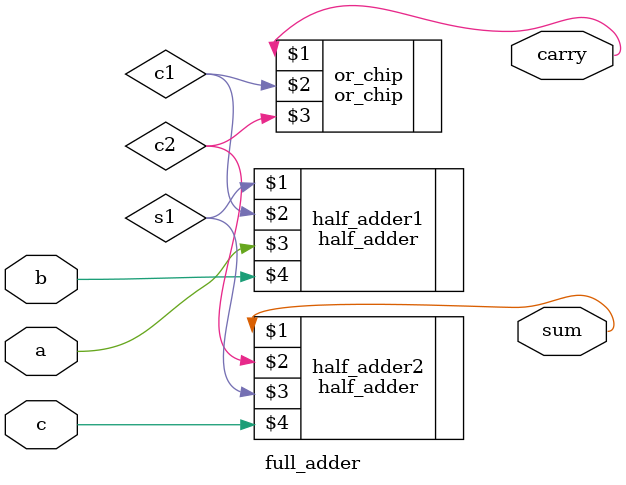
<source format=v>
module full_adder(sum, carry, a, b, c);
	input a, b, c;
	output sum,carry;		
	wire c1, s1, c2;

	half_adder half_adder1(s1, c1, a, b);
	half_adder half_adder2(sum, c2, s1, c);
	or_chip or_chip(carry, c1, c2);
	
endmodule

</source>
